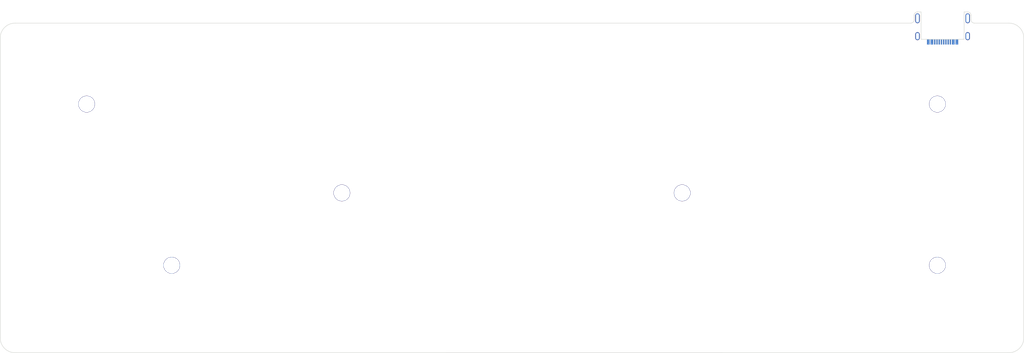
<source format=kicad_pcb>
(kicad_pcb (version 20171130) (host pcbnew 5.1.6-c6e7f7d~87~ubuntu20.04.1)

  (general
    (thickness 1.6)
    (drawings 22)
    (tracks 0)
    (zones 0)
    (modules 7)
    (nets 9)
  )

  (page A2)
  (layers
    (0 F.Cu signal)
    (31 B.Cu signal)
    (32 B.Adhes user)
    (33 F.Adhes user)
    (34 B.Paste user)
    (35 F.Paste user)
    (36 B.SilkS user)
    (37 F.SilkS user)
    (38 B.Mask user)
    (39 F.Mask user)
    (40 Dwgs.User user)
    (41 Cmts.User user)
    (42 Eco1.User user)
    (43 Eco2.User user)
    (44 Edge.Cuts user)
    (45 Margin user)
    (46 B.CrtYd user)
    (47 F.CrtYd user)
    (48 B.Fab user)
    (49 F.Fab user)
  )

  (setup
    (last_trace_width 0.25)
    (user_trace_width 0.45)
    (trace_clearance 0.2)
    (zone_clearance 0.508)
    (zone_45_only no)
    (trace_min 0.2)
    (via_size 0.8)
    (via_drill 0.4)
    (via_min_size 0.4)
    (via_min_drill 0.3)
    (uvia_size 0.3)
    (uvia_drill 0.1)
    (uvias_allowed no)
    (uvia_min_size 0.2)
    (uvia_min_drill 0.1)
    (edge_width 0.1)
    (segment_width 0.2)
    (pcb_text_width 0.3)
    (pcb_text_size 1.5 1.5)
    (mod_edge_width 0.15)
    (mod_text_size 1 1)
    (mod_text_width 0.15)
    (pad_size 3.7 3.7)
    (pad_drill 3.6)
    (pad_to_mask_clearance 0)
    (aux_axis_origin 0 0)
    (visible_elements FFFFF77F)
    (pcbplotparams
      (layerselection 0x010fc_ffffffff)
      (usegerberextensions false)
      (usegerberattributes false)
      (usegerberadvancedattributes false)
      (creategerberjobfile false)
      (excludeedgelayer true)
      (linewidth 0.100000)
      (plotframeref false)
      (viasonmask false)
      (mode 1)
      (useauxorigin false)
      (hpglpennumber 1)
      (hpglpenspeed 20)
      (hpglpendiameter 15.000000)
      (psnegative false)
      (psa4output false)
      (plotreference true)
      (plotvalue true)
      (plotinvisibletext false)
      (padsonsilk false)
      (subtractmaskfromsilk false)
      (outputformat 1)
      (mirror false)
      (drillshape 0)
      (scaleselection 1)
      (outputdirectory "gerber/"))
  )

  (net 0 "")
  (net 1 GND)
  (net 2 "Net-(F1-Pad1)")
  (net 3 "Net-(R3-Pad1)")
  (net 4 "Net-(R5-Pad1)")
  (net 5 "Net-(R6-Pad2)")
  (net 6 "Net-(USB1-Pad3)")
  (net 7 "Net-(USB1-Pad9)")
  (net 8 "Net-(R2-Pad1)")

  (net_class Default "This is the default net class."
    (clearance 0.2)
    (trace_width 0.25)
    (via_dia 0.8)
    (via_drill 0.4)
    (uvia_dia 0.3)
    (uvia_drill 0.1)
    (add_net GND)
    (add_net "Net-(F1-Pad1)")
    (add_net "Net-(R2-Pad1)")
    (add_net "Net-(R3-Pad1)")
    (add_net "Net-(R5-Pad1)")
    (add_net "Net-(R6-Pad2)")
    (add_net "Net-(USB1-Pad3)")
    (add_net "Net-(USB1-Pad9)")
  )

  (net_class thick ""
    (clearance 0.2)
    (trace_width 0.45)
    (via_dia 0.8)
    (via_drill 0.4)
    (uvia_dia 0.3)
    (uvia_drill 0.1)
  )

  (module Keebio-Parts:MountingHole (layer F.Cu) (tedit 60EC8FB2) (tstamp 5F369B91)
    (at 52.78 68.755)
    (fp_text reference U4 (at 0 -4) (layer B.Fab) hide
      (effects (font (size 1 1) (thickness 0.15)))
    )
    (fp_text value HOLE (at 0 0) (layer B.Fab)
      (effects (font (size 1 1) (thickness 0.15)))
    )
    (fp_circle (center 0 0) (end 2.8 0) (layer B.Fab) (width 0.15))
    (pad "" thru_hole circle (at 0 0) (size 3.7 3.7) (drill 3.6) (layers *.Cu *.Mask))
  )

  (module Keebio-Parts:MountingHole (layer F.Cu) (tedit 5F3ED7B0) (tstamp 5F3FCE9B)
    (at 167.08 52.555001)
    (fp_text reference U4 (at 0 -4) (layer B.Fab) hide
      (effects (font (size 1 1) (thickness 0.15)))
    )
    (fp_text value HOLE (at 0 0) (layer B.Fab)
      (effects (font (size 1 1) (thickness 0.15)))
    )
    (fp_circle (center 0 0) (end 2.8 0) (layer B.Fab) (width 0.15))
    (pad "" thru_hole circle (at 0 0) (size 3.7 3.7) (drill 3.6) (layers *.Cu *.Mask))
  )

  (module Keebio-Parts:MountingHole (layer F.Cu) (tedit 5F3ED8DA) (tstamp 5F3FCEAA)
    (at 90.9574 52.555001)
    (fp_text reference U4 (at 0 -4) (layer B.Fab) hide
      (effects (font (size 1 1) (thickness 0.15)))
    )
    (fp_text value HOLE (at 0 0) (layer B.Fab)
      (effects (font (size 1 1) (thickness 0.15)))
    )
    (fp_circle (center 0 0) (end 2.8 0) (layer B.Fab) (width 0.15))
    (pad "" thru_hole circle (at -0.0774 0) (size 3.7 3.7) (drill 3.6) (layers *.Cu *.Mask))
  )

  (module Keebio-Parts:MountingHole (layer F.Cu) (tedit 5F3ED786) (tstamp 5F369BB6)
    (at 224.23 68.755)
    (fp_text reference U4 (at 0 -4) (layer B.Fab) hide
      (effects (font (size 1 1) (thickness 0.15)))
    )
    (fp_text value HOLE (at 0 0) (layer B.Fab)
      (effects (font (size 1 1) (thickness 0.15)))
    )
    (fp_circle (center 0 0) (end 2.8 0) (layer B.Fab) (width 0.15))
    (pad "" thru_hole circle (at 0 0) (size 3.7 3.7) (drill 3.6) (layers *.Cu *.Mask))
  )

  (module Keebio-Parts:MountingHole (layer F.Cu) (tedit 5F3ED768) (tstamp 5F369BAC)
    (at 224.23 32.655)
    (fp_text reference U4 (at 0 -4) (layer B.Fab) hide
      (effects (font (size 1 1) (thickness 0.15)))
    )
    (fp_text value HOLE (at 0 0) (layer B.Fab)
      (effects (font (size 1 1) (thickness 0.15)))
    )
    (fp_circle (center 0 0) (end 2.8 0) (layer B.Fab) (width 0.15))
    (pad "" thru_hole circle (at 0 0) (size 3.7 3.7) (drill 3.6) (layers *.Cu *.Mask))
  )

  (module Keebio-Parts:MountingHole (layer F.Cu) (tedit 5F3ED796) (tstamp 5F369B98)
    (at 33.73 32.655)
    (fp_text reference U4 (at 0 -4) (layer B.Fab) hide
      (effects (font (size 1 1) (thickness 0.15)))
    )
    (fp_text value HOLE (at 0 0) (layer B.Fab)
      (effects (font (size 1 1) (thickness 0.15)))
    )
    (fp_circle (center 0 0) (end 2.8 0) (layer B.Fab) (width 0.15))
    (pad "" thru_hole circle (at 0 0) (size 3.7 3.7) (drill 3.6) (layers *.Cu *.Mask))
  )

  (module keebType-C:HRO-TYPE-C-31-M-13 (layer B.Cu) (tedit 5C5191F3) (tstamp 5F34C17D)
    (at 225.4 11.35)
    (path /5F765F3C)
    (attr smd)
    (fp_text reference USB1 (at 0 9.25) (layer B.Fab)
      (effects (font (size 1 1) (thickness 0.15)) (justify mirror))
    )
    (fp_text value HRO-TYPE-C-31-M-12 (at 0 -1.15) (layer B.Fab)
      (effects (font (size 1 1) (thickness 0.15)))
    )
    (fp_line (start 3.6 8.1) (end 3.6 6.8) (layer B.Fab) (width 0.15))
    (fp_line (start -3.6 8.1) (end 3.6 8.1) (layer B.Fab) (width 0.15))
    (fp_line (start -3.6 6.8) (end -3.6 8.1) (layer B.Fab) (width 0.15))
    (fp_line (start 4.8 0) (end -4.8 0) (layer B.Fab) (width 0.15))
    (fp_line (start -4.8 0) (end -7 0) (layer Dwgs.User) (width 0.15))
    (fp_line (start 4.8 6.8) (end -4.8 6.8) (layer B.Fab) (width 0.15))
    (fp_line (start 4.8 6.8) (end 4.8 0) (layer B.Fab) (width 0.15))
    (fp_line (start -4.8 6.8) (end -4.8 0) (layer B.Fab) (width 0.15))
    (fp_line (start 7 0) (end 4.8 0) (layer Dwgs.User) (width 0.15))
    (fp_text user %R (at 0 9.25) (layer B.Fab)
      (effects (font (size 1 1) (thickness 0.15)) (justify mirror))
    )
    (pad 13 thru_hole oval (at 5.62 2.1) (size 1 2.2) (drill oval 0.6 1.8) (layers *.Cu *.Mask)
      (net 1 GND))
    (pad 13 thru_hole oval (at -5.62 2.1) (size 1 2.2) (drill oval 0.6 1.8) (layers *.Cu *.Mask)
      (net 1 GND))
    (pad 13 thru_hole oval (at 5.62 6.1) (size 1 1.8) (drill oval 0.6 1.4) (layers *.Cu *.Mask)
      (net 1 GND))
    (pad 13 thru_hole oval (at -5.62 6.1) (size 1 1.8) (drill oval 0.6 1.4) (layers *.Cu *.Mask)
      (net 1 GND))
    (pad 6 smd rect (at -0.25 7.4) (size 0.3 1.15) (layers B.Cu B.Paste B.Mask)
      (net 3 "Net-(R3-Pad1)"))
    (pad 7 smd rect (at 0.25 7.4) (size 0.3 1.15) (layers B.Cu B.Paste B.Mask)
      (net 8 "Net-(R2-Pad1)"))
    (pad 8 smd rect (at 0.75 7.4) (size 0.3 1.15) (layers B.Cu B.Paste B.Mask)
      (net 3 "Net-(R3-Pad1)"))
    (pad 5 smd rect (at -0.75 7.4) (size 0.3 1.15) (layers B.Cu B.Paste B.Mask)
      (net 8 "Net-(R2-Pad1)"))
    (pad 9 smd rect (at 1.25 7.4) (size 0.3 1.15) (layers B.Cu B.Paste B.Mask)
      (net 7 "Net-(USB1-Pad9)"))
    (pad 4 smd rect (at -1.25 7.4) (size 0.3 1.15) (layers B.Cu B.Paste B.Mask)
      (net 4 "Net-(R5-Pad1)"))
    (pad 10 smd rect (at 1.75 7.4) (size 0.3 1.15) (layers B.Cu B.Paste B.Mask)
      (net 5 "Net-(R6-Pad2)"))
    (pad 3 smd rect (at -1.75 7.4) (size 0.3 1.15) (layers B.Cu B.Paste B.Mask)
      (net 6 "Net-(USB1-Pad3)"))
    (pad 2 smd rect (at -2.4 7.4) (size 0.6 1.15) (layers B.Cu B.Paste B.Mask)
      (net 2 "Net-(F1-Pad1)"))
    (pad 11 smd rect (at 2.4 7.4) (size 0.6 1.15) (layers B.Cu B.Paste B.Mask)
      (net 2 "Net-(F1-Pad1)"))
    (pad 1 smd rect (at -3.2 7.4) (size 0.6 1.15) (layers B.Cu B.Paste B.Mask)
      (net 1 GND))
    (pad 12 smd rect (at 3.2 7.4) (size 0.6 1.15) (layers B.Cu B.Paste B.Mask)
      (net 1 GND))
  )

  (gr_line (start 231.029933 12.030002) (end 230.220002 12.030002) (layer Edge.Cuts) (width 0.1) (tstamp 5F39E498))
  (gr_line (start 219.83 12.029935) (end 220.579998 12.029935) (layer Edge.Cuts) (width 0.1))
  (gr_line (start 219.76 12.03) (end 219.83 12.029935) (layer Edge.Cuts) (width 0.1) (tstamp 5F368C1F))
  (gr_line (start 220.579998 12.029935) (end 220.579998 18.16) (layer Edge.Cuts) (width 0.1) (tstamp 5F368C1E))
  (gr_line (start 230.220002 12.030002) (end 230.220002 18.16) (layer Edge.Cuts) (width 0.1) (tstamp 5F368BA9))
  (gr_line (start 230.220002 18.16) (end 220.579998 18.16) (layer Edge.Cuts) (width 0.1) (tstamp 5F368B33))
  (gr_line (start 231.77 13.78) (end 231.77 12.78) (layer Edge.Cuts) (width 0.1) (tstamp 5F36806F))
  (gr_line (start 218.279933 14.529998) (end 17.7 14.53) (layer Edge.Cuts) (width 0.1) (tstamp 5F368066))
  (gr_arc (start 218.269934 13.779999) (end 218.279933 14.529998) (angle -89.23610154) (layer Edge.Cuts) (width 0.1) (tstamp 5F389037))
  (gr_arc (start 219.769999 12.779999) (end 219.76 12.03) (angle -89.23610154) (layer Edge.Cuts) (width 0.1) (tstamp 5F368038))
  (gr_arc (start 232.520066 13.779999) (end 232.510067 14.529998) (angle 89.23610154) (layer Edge.Cuts) (width 0.1) (tstamp 5F38902D))
  (gr_arc (start 231.019934 12.780001) (end 231.029933 12.030002) (angle 89.23610154) (layer Edge.Cuts) (width 0.1) (tstamp 5F368035))
  (dimension 1.500033 (width 0.12) (layer F.Fab)
    (gr_text "1.500 mm" (at 237.874972 10.551534 270.3819662) (layer F.Fab)
      (effects (font (size 1 1) (thickness 0.15)))
    )
    (feature1 (pts (xy 234.999739 11.320735) (xy 237.196408 11.306091)))
    (feature2 (pts (xy 234.989739 9.820735) (xy 237.186408 9.806091)))
    (crossbar (pts (xy 236.6 9.81) (xy 236.61 11.31)))
    (arrow1a (pts (xy 236.61 11.31) (xy 236.016082 10.187431)))
    (arrow1b (pts (xy 236.61 11.31) (xy 237.188898 10.179612)))
    (arrow2a (pts (xy 236.6 9.81) (xy 236.021102 10.940388)))
    (arrow2b (pts (xy 236.6 9.81) (xy 237.193918 10.932569)))
  )
  (gr_line (start 219.02 13.78) (end 219.019933 12.779998) (layer Edge.Cuts) (width 0.1) (tstamp 5F388FA1))
  (gr_arc (start 17.7 17.86) (end 17.7 14.53) (angle -90) (layer Edge.Cuts) (width 0.1) (tstamp 5F34AF75))
  (gr_arc (start 17.7 85.01) (end 14.37 85.01) (angle -90) (layer Edge.Cuts) (width 0.1) (tstamp 5F34AF6E))
  (gr_arc (start 240.26 85) (end 240.26 88.33) (angle -90) (layer Edge.Cuts) (width 0.1) (tstamp 5F34AF0F))
  (gr_arc (start 240.26 17.86) (end 243.59 17.86) (angle -90) (layer Edge.Cuts) (width 0.1))
  (gr_line (start 17.7 88.34) (end 240.26 88.33) (layer Edge.Cuts) (width 0.1) (tstamp 5F34AF28))
  (gr_line (start 243.59 85) (end 243.59 17.86) (layer Edge.Cuts) (width 0.1) (tstamp 5F34AF62))
  (gr_line (start 14.37 17.86) (end 14.37 85.01) (layer Edge.Cuts) (width 0.1) (tstamp 5F34AF34))
  (gr_line (start 240.26 14.53) (end 232.510067 14.529998) (layer Edge.Cuts) (width 0.1))

)

</source>
